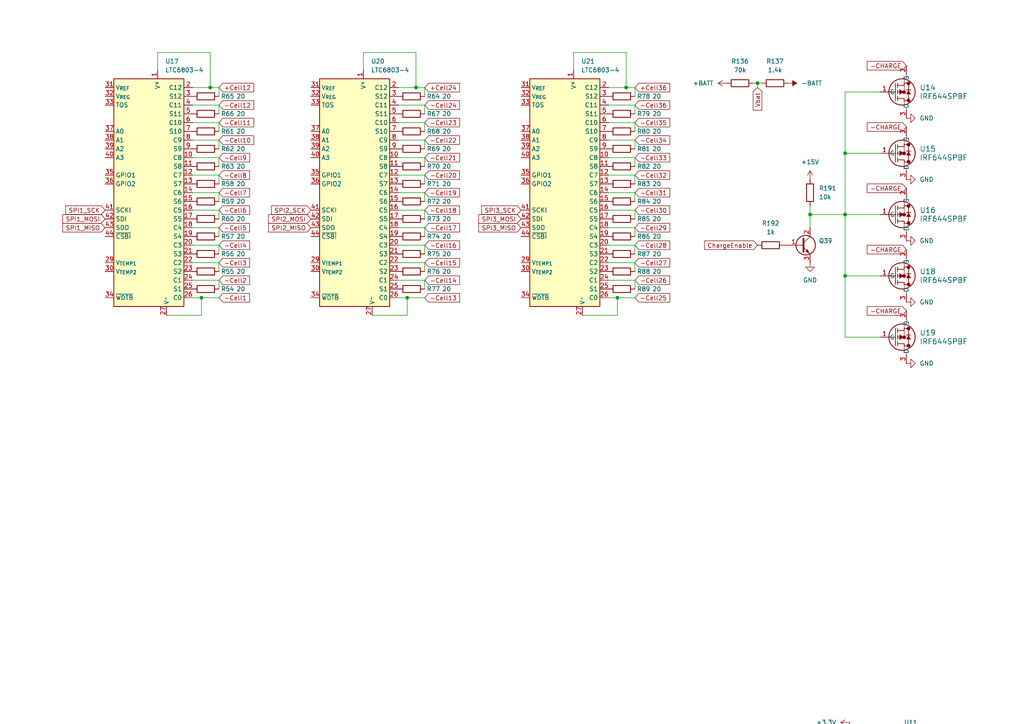
<source format=kicad_sch>
(kicad_sch (version 20230121) (generator eeschema)
  (paper "A4")
  (title_block (title "Cell management") (date "2023-08-20") (rev "1") (company "Dynamium") (comment 1 "and charge control MOSFETs") (comment 2 "temperature/humidity censor ICs,") (comment 3 "Cell voltage monitoring ICs,"))
  (junction (at 246.38 217.17))
  (junction (at 125.73 261.62))
  (junction (at 160.02 261.62))
  (junction (at 83.82 241.3))
  (junction (at 317.5 227.33))
  (junction (at 118.11 86.36))
  (junction (at 317.5 223.52))
  (junction (at 219.71 24.13))
  (junction (at 245.11 44.45))
  (junction (at 120.65 25.4))
  (junction (at 181.61 25.4))
  (junction (at 60.96 25.4))
  (junction (at 85.09 261.62))
  (junction (at 171.45 245.11))
  (junction (at 171.45 241.3))
  (junction (at 246.38 220.98))
  (junction (at 48.26 237.49))
  (junction (at 13.97 241.3))
  (junction (at 233.68 254))
  (junction (at 58.42 86.36))
  (junction (at 280.67 217.17))
  (junction (at 83.82 237.49))
  (junction (at 50.8 261.62))
  (junction (at 205.74 241.3))
  (junction (at 245.11 62.23))
  (junction (at 233.68 257.81))
  (junction (at 351.79 223.52))
  (junction (at 118.11 237.49))
  (junction (at 13.97 237.49))
  (junction (at 179.07 86.36))
  (junction (at 267.97 254))
  (junction (at 245.11 80.01))
  (junction (at 125.73 265.43))
  (junction (at 234.95 62.23))
  (junction (at 50.8 265.43))
  (wire (pts (xy 166.37 15.24) (xy 181.61 15.24)))
  (wire (pts (xy 50.8 261.62) (xy 57.15 261.62)))
  (wire (pts (xy 184.15 76.2) (xy 184.15 78.74)))
  (wire (pts (xy 176.53 81.28) (xy 184.15 81.28)))
  (wire (pts (xy 63.5 45.72) (xy 63.5 48.26)))
  (wire (pts (xy 176.53 66.04) (xy 184.15 66.04)))
  (wire (pts (xy 317.5 227.33) (xy 323.85 227.33)))
  (wire (pts (xy 83.82 241.3) (xy 90.17 241.3)))
  (wire (pts (xy 255.27 26.67) (xy 245.11 26.67)))
  (wire (pts (xy 55.88 30.48) (xy 63.5 30.48)))
  (wire (pts (xy 55.88 25.4) (xy 60.96 25.4)))
  (wire (pts (xy 12.7 241.3) (xy 13.97 241.3)))
  (wire (pts (xy 55.88 86.36) (xy 58.42 86.36)))
  (wire (pts (xy 123.19 81.28) (xy 123.19 83.82)))
  (wire (pts (xy 123.19 50.8) (xy 123.19 53.34)))
  (wire (pts (xy 255.27 97.79) (xy 245.11 97.79)))
  (wire (pts (xy 115.57 30.48) (xy 123.19 30.48)))
  (wire (pts (xy 245.11 217.17) (xy 246.38 217.17)))
  (wire (pts (xy 60.96 15.24) (xy 60.96 25.4)))
  (wire (pts (xy 85.09 270.51) (xy 85.09 269.24)))
  (wire (pts (xy 45.72 20.32) (xy 45.72 15.24)))
  (wire (pts (xy 160.02 261.62) (xy 154.94 261.62)))
  (wire (pts (xy 63.5 71.12) (xy 63.5 73.66)))
  (wire (pts (xy 55.88 60.96) (xy 63.5 60.96)))
  (wire (pts (xy 115.57 25.4) (xy 120.65 25.4)))
  (wire (pts (xy 63.5 81.28) (xy 63.5 83.82)))
  (wire (pts (xy 184.15 60.96) (xy 184.15 63.5)))
  (wire (pts (xy 50.8 265.43) (xy 57.15 265.43)))
  (wire (pts (xy 160.02 270.51) (xy 160.02 269.24)))
  (wire (pts (xy 83.82 237.49) (xy 90.17 237.49)))
  (wire (pts (xy 208.28 241.3) (xy 205.74 241.3)))
  (wire (pts (xy 13.97 241.3) (xy 20.32 241.3)))
  (wire (pts (xy 184.15 50.8) (xy 184.15 53.34)))
  (wire (pts (xy 232.41 254) (xy 233.68 254)))
  (wire (pts (xy 115.57 35.56) (xy 123.19 35.56)))
  (wire (pts (xy 118.11 86.36) (xy 123.19 86.36)))
  (wire (pts (xy 123.19 60.96) (xy 123.19 63.5)))
  (wire (pts (xy 123.19 30.48) (xy 123.19 33.02)))
  (wire (pts (xy 166.37 20.32) (xy 166.37 15.24)))
  (wire (pts (xy 176.53 55.88) (xy 184.15 55.88)))
  (wire (pts (xy 184.15 35.56) (xy 184.15 38.1)))
  (wire (pts (xy 82.55 237.49) (xy 83.82 237.49)))
  (wire (pts (xy 246.38 220.98) (xy 252.73 220.98)))
  (wire (pts (xy 55.88 35.56) (xy 63.5 35.56)))
  (wire (pts (xy 49.53 261.62) (xy 50.8 261.62)))
  (wire (pts (xy 63.5 66.04) (xy 63.5 68.58)))
  (wire (pts (xy 13.97 237.49) (xy 20.32 237.49)))
  (wire (pts (xy 55.88 81.28) (xy 63.5 81.28)))
  (wire (pts (xy 351.79 232.41) (xy 351.79 231.14)))
  (wire (pts (xy 123.19 45.72) (xy 123.19 48.26)))
  (wire (pts (xy 63.5 60.96) (xy 63.5 63.5)))
  (wire (pts (xy 63.5 40.64) (xy 63.5 43.18)))
  (wire (pts (xy 87.63 261.62) (xy 85.09 261.62)))
  (wire (pts (xy 245.11 62.23) (xy 255.27 62.23)))
  (wire (pts (xy 171.45 241.3) (xy 177.8 241.3)))
  (wire (pts (xy 184.15 66.04) (xy 184.15 68.58)))
  (wire (pts (xy 115.57 66.04) (xy 123.19 66.04)))
  (wire (pts (xy 48.26 246.38) (xy 48.26 245.11)))
  (wire (pts (xy 85.09 261.62) (xy 80.01 261.62)))
  (wire (pts (xy 245.11 26.67) (xy 245.11 44.45)))
  (wire (pts (xy 105.41 20.32) (xy 105.41 15.24)))
  (wire (pts (xy 120.65 237.49) (xy 118.11 237.49)))
  (wire (pts (xy 267.97 262.89) (xy 267.97 261.62)))
  (wire (pts (xy 63.5 55.88) (xy 63.5 58.42)))
  (wire (pts (xy 171.45 245.11) (xy 177.8 245.11)))
  (wire (pts (xy 232.41 257.81) (xy 233.68 257.81)))
  (wire (pts (xy 118.11 246.38) (xy 118.11 245.11)))
  (wire (pts (xy 218.44 24.13) (xy 219.71 24.13)))
  (wire (pts (xy 205.74 241.3) (xy 200.66 241.3)))
  (wire (pts (xy 123.19 35.56) (xy 123.19 38.1)))
  (wire (pts (xy 245.11 220.98) (xy 246.38 220.98)))
  (wire (pts (xy 176.53 86.36) (xy 179.07 86.36)))
  (wire (pts (xy 246.38 217.17) (xy 252.73 217.17)))
  (wire (pts (xy 184.15 30.48) (xy 184.15 33.02)))
  (wire (pts (xy 219.71 24.13) (xy 220.98 24.13)))
  (wire (pts (xy 115.57 50.8) (xy 123.19 50.8)))
  (wire (pts (xy 124.46 265.43) (xy 125.73 265.43)))
  (wire (pts (xy 234.95 59.69) (xy 234.95 62.23)))
  (wire (pts (xy 181.61 15.24) (xy 181.61 25.4)))
  (wire (pts (xy 170.18 245.11) (xy 171.45 245.11)))
  (wire (pts (xy 255.27 80.01) (xy 245.11 80.01)))
  (wire (pts (xy 115.57 55.88) (xy 123.19 55.88)))
  (wire (pts (xy 115.57 45.72) (xy 123.19 45.72)))
  (wire (pts (xy 233.68 254) (xy 240.03 254)))
  (wire (pts (xy 63.5 30.48) (xy 63.5 33.02)))
  (wire (pts (xy 233.68 257.81) (xy 240.03 257.81)))
  (wire (pts (xy 118.11 91.44) (xy 118.11 86.36)))
  (wire (pts (xy 82.55 241.3) (xy 83.82 241.3)))
  (wire (pts (xy 280.67 226.06) (xy 280.67 224.79)))
  (wire (pts (xy 115.57 60.96) (xy 123.19 60.96)))
  (wire (pts (xy 55.88 76.2) (xy 63.5 76.2)))
  (wire (pts (xy 63.5 50.8) (xy 63.5 53.34)))
  (wire (pts (xy 58.42 86.36) (xy 63.5 86.36)))
  (wire (pts (xy 176.53 45.72) (xy 184.15 45.72)))
  (wire (pts (xy 354.33 223.52) (xy 351.79 223.52)))
  (wire (pts (xy 280.67 217.17) (xy 275.59 217.17)))
  (wire (pts (xy 115.57 86.36) (xy 118.11 86.36)))
  (wire (pts (xy 48.26 237.49) (xy 43.18 237.49)))
  (wire (pts (xy 176.53 50.8) (xy 184.15 50.8)))
  (wire (pts (xy 45.72 15.24) (xy 60.96 15.24)))
  (wire (pts (xy 12.7 237.49) (xy 13.97 237.49)))
  (wire (pts (xy 316.23 227.33) (xy 317.5 227.33)))
  (wire (pts (xy 267.97 254) (xy 262.89 254)))
  (wire (pts (xy 63.5 76.2) (xy 63.5 78.74)))
  (wire (pts (xy 125.73 261.62) (xy 132.08 261.62)))
  (wire (pts (xy 50.8 237.49) (xy 48.26 237.49)))
  (wire (pts (xy 123.19 66.04) (xy 123.19 68.58)))
  (wire (pts (xy 184.15 81.28) (xy 184.15 83.82)))
  (wire (pts (xy 168.91 91.44) (xy 179.07 91.44)))
  (wire (pts (xy 234.95 62.23) (xy 234.95 66.04)))
  (wire (pts (xy 115.57 76.2) (xy 123.19 76.2)))
  (wire (pts (xy 123.19 55.88) (xy 123.19 58.42)))
  (wire (pts (xy 55.88 40.64) (xy 63.5 40.64)))
  (wire (pts (xy 170.18 241.3) (xy 171.45 241.3)))
  (wire (pts (xy 123.19 76.2) (xy 123.19 78.74)))
  (wire (pts (xy 115.57 40.64) (xy 123.19 40.64)))
  (wire (pts (xy 63.5 25.4) (xy 63.5 27.94)))
  (wire (pts (xy 176.53 71.12) (xy 184.15 71.12)))
  (wire (pts (xy 162.56 261.62) (xy 160.02 261.62)))
  (wire (pts (xy 118.11 237.49) (xy 113.03 237.49)))
  (wire (pts (xy 63.5 35.56) (xy 63.5 38.1)))
  (wire (pts (xy 125.73 265.43) (xy 132.08 265.43)))
  (wire (pts (xy 107.95 91.44) (xy 118.11 91.44)))
  (wire (pts (xy 179.07 86.36) (xy 184.15 86.36)))
  (wire (pts (xy 283.21 217.17) (xy 280.67 217.17)))
  (wire (pts (xy 184.15 25.4) (xy 184.15 27.94)))
  (wire (pts (xy 60.96 25.4) (xy 63.5 25.4)))
  (wire (pts (xy 58.42 91.44) (xy 58.42 86.36)))
  (wire (pts (xy 184.15 55.88) (xy 184.15 58.42)))
  (wire (pts (xy 123.19 40.64) (xy 123.19 43.18)))
  (wire (pts (xy 184.15 45.72) (xy 184.15 48.26)))
  (wire (pts (xy 55.88 71.12) (xy 63.5 71.12)))
  (wire (pts (xy 115.57 71.12) (xy 123.19 71.12)))
  (wire (pts (xy 176.53 76.2) (xy 184.15 76.2)))
  (wire (pts (xy 245.11 97.79) (xy 245.11 80.01)))
  (wire (pts (xy 49.53 265.43) (xy 50.8 265.43)))
  (wire (pts (xy 123.19 25.4) (xy 123.19 27.94)))
  (wire (pts (xy 115.57 81.28) (xy 123.19 81.28)))
  (wire (pts (xy 176.53 30.48) (xy 184.15 30.48)))
  (wire (pts (xy 316.23 223.52) (xy 317.5 223.52)))
  (wire (pts (xy 184.15 71.12) (xy 184.15 73.66)))
  (wire (pts (xy 245.11 62.23) (xy 234.95 62.23)))
  (wire (pts (xy 120.65 25.4) (xy 123.19 25.4)))
  (wire (pts (xy 55.88 50.8) (xy 63.5 50.8)))
  (wire (pts (xy 245.11 44.45) (xy 245.11 62.23)))
  (wire (pts (xy 351.79 223.52) (xy 346.71 223.52)))
  (wire (pts (xy 124.46 261.62) (xy 125.73 261.62)))
  (wire (pts (xy 270.51 254) (xy 267.97 254)))
  (wire (pts (xy 317.5 223.52) (xy 323.85 223.52)))
  (wire (pts (xy 120.65 15.24) (xy 120.65 25.4)))
  (wire (pts (xy 123.19 71.12) (xy 123.19 73.66)))
  (wire (pts (xy 245.11 44.45) (xy 255.27 44.45)))
  (wire (pts (xy 179.07 91.44) (xy 179.07 86.36)))
  (wire (pts (xy 205.74 250.19) (xy 205.74 248.92)))
  (wire (pts (xy 245.11 80.01) (xy 245.11 62.23)))
  (wire (pts (xy 176.53 40.64) (xy 184.15 40.64)))
  (wire (pts (xy 176.53 35.56) (xy 184.15 35.56)))
  (wire (pts (xy 105.41 15.24) (xy 120.65 15.24)))
  (wire (pts (xy 55.88 55.88) (xy 63.5 55.88)))
  (wire (pts (xy 55.88 45.72) (xy 63.5 45.72)))
  (wire (pts (xy 55.88 66.04) (xy 63.5 66.04)))
  (wire (pts (xy 48.26 91.44) (xy 58.42 91.44)))
  (wire (pts (xy 181.61 25.4) (xy 184.15 25.4)))
  (wire (pts (xy 219.71 24.13) (xy 219.71 25.4)))
  (wire (pts (xy 184.15 40.64) (xy 184.15 43.18)))
  (wire (pts (xy 176.53 60.96) (xy 184.15 60.96)))
  (wire (pts (xy 176.53 25.4) (xy 181.61 25.4)))
  (text "Center left" (at 246.38 265.43 0) (effects (font (size 1.27 1.27)) (justify left bottom)))
  (text "Top left\n" (at 64.77 273.05 0) (effects (font (size 1.27 1.27)) (justify left bottom)))
  (text "Center right\n" (at 260.35 228.6 0) (effects (font (size 1.27 1.27)) (justify left bottom)))
  (text "Top right" (at 97.79 248.92 0) (effects (font (size 1.27 1.27)) (justify left bottom)))
  (text "Charge MOSFET" (at 328.93 233.68 0) (effects (font (size 1.27 1.27)) (justify left bottom)))
  (text "Bottom left" (at 184.15 252.73 0) (effects (font (size 1.27 1.27)) (justify left bottom)))
  (text "Bottom right" (at 138.43 273.05 0) (effects (font (size 1.27 1.27)) (justify left bottom)))
  (text "Center bottom" (at 25.4 248.92 0) (effects (font (size 1.27 1.27)) (justify left bottom)))
  (global_label "I2C1_SDA" (shape input) (at 124.46 265.43 180) (property "Intersheetrefs" "${INTERSHEET_REFS}" (effects hide)))
  (global_label "I2C1_SDA" (shape input) (at 170.18 245.11 180) (property "Intersheetrefs" "${INTERSHEET_REFS}" (effects hide)))
  (global_label "I2C1_SDA" (shape input) (at 12.7 241.3 180) (property "Intersheetrefs" "${INTERSHEET_REFS}" (effects hide)))
  (global_label "-Cell33" (shape input) (at 184.15 45.72 0) (property "Intersheetrefs" "${INTERSHEET_REFS}" (effects hide)))
  (global_label "Vbat" (shape input) (at 219.71 25.4 270) (property "Intersheetrefs" "${INTERSHEET_REFS}" (effects hide)))
  (global_label "-Cell17" (shape input) (at 123.19 66.04 0) (property "Intersheetrefs" "${INTERSHEET_REFS}" (effects hide)))
  (global_label "-Cell29" (shape input) (at 184.15 66.04 0) (property "Intersheetrefs" "${INTERSHEET_REFS}" (effects hide)))
  (global_label "-Cell15" (shape input) (at 123.19 76.2 0) (property "Intersheetrefs" "${INTERSHEET_REFS}" (effects hide)))
  (global_label "-Cell28" (shape input) (at 184.15 71.12 0) (property "Intersheetrefs" "${INTERSHEET_REFS}" (effects hide)))
  (global_label "+Сell12" (shape input) (at 63.5 25.4 0) (property "Intersheetrefs" "${INTERSHEET_REFS}" (effects hide)))
  (global_label "-Cell1" (shape input) (at 63.5 86.36 0) (property "Intersheetrefs" "${INTERSHEET_REFS}" (effects hide)))
  (global_label "SPI2_SCK" (shape input) (at 90.17 60.96 180) (property "Intersheetrefs" "${INTERSHEET_REFS}" (effects hide)))
  (global_label "I2C1_SDA" (shape input) (at 316.23 227.33 180) (property "Intersheetrefs" "${INTERSHEET_REFS}" (effects hide)))
  (global_label "SPI3_MISO" (shape input) (at 151.13 66.04 180) (property "Intersheetrefs" "${INTERSHEET_REFS}" (effects hide)))
  (global_label "I2C1_SCL" (shape input) (at 124.46 261.62 180) (property "Intersheetrefs" "${INTERSHEET_REFS}" (effects hide)))
  (global_label "-Cell7" (shape input) (at 63.5 55.88 0) (property "Intersheetrefs" "${INTERSHEET_REFS}" (effects hide)))
  (global_label "-Cell12" (shape input) (at 63.5 30.48 0) (property "Intersheetrefs" "${INTERSHEET_REFS}" (effects hide)))
  (global_label "SPI1_MOSI" (shape input) (at 30.48 63.5 180) (property "Intersheetrefs" "${INTERSHEET_REFS}" (effects hide)))
  (global_label "-CHARGE" (shape input) (at 262.89 54.61 180) (property "Intersheetrefs" "${INTERSHEET_REFS}" (effects hide)))
  (global_label "-Cell25" (shape input) (at 184.15 86.36 0) (property "Intersheetrefs" "${INTERSHEET_REFS}" (effects hide)))
  (global_label "-Cell30" (shape input) (at 184.15 60.96 0) (property "Intersheetrefs" "${INTERSHEET_REFS}" (effects hide)))
  (global_label "-Cell23" (shape input) (at 123.19 35.56 0) (property "Intersheetrefs" "${INTERSHEET_REFS}" (effects hide)))
  (global_label "-Cell13" (shape input) (at 123.19 86.36 0) (property "Intersheetrefs" "${INTERSHEET_REFS}" (effects hide)))
  (global_label "+Cell36" (shape input) (at 184.15 25.4 0) (property "Intersheetrefs" "${INTERSHEET_REFS}" (effects hide)))
  (global_label "-Cell10" (shape input) (at 63.5 40.64 0) (property "Intersheetrefs" "${INTERSHEET_REFS}" (effects hide)))
  (global_label "-Cell20" (shape input) (at 123.19 50.8 0) (property "Intersheetrefs" "${INTERSHEET_REFS}" (effects hide)))
  (global_label "I2C1_SDA" (shape input) (at 49.53 265.43 180) (property "Intersheetrefs" "${INTERSHEET_REFS}" (effects hide)))
  (global_label "I2C1_SCL" (shape input) (at 12.7 237.49 180) (property "Intersheetrefs" "${INTERSHEET_REFS}" (effects hide)))
  (global_label "-Cell32" (shape input) (at 184.15 50.8 0) (property "Intersheetrefs" "${INTERSHEET_REFS}" (effects hide)))
  (global_label "-Cell8" (shape input) (at 63.5 50.8 0) (property "Intersheetrefs" "${INTERSHEET_REFS}" (effects hide)))
  (global_label "I2C1_SDA" (shape input) (at 245.11 220.98 180) (property "Intersheetrefs" "${INTERSHEET_REFS}" (effects hide)))
  (global_label "-Cell16" (shape input) (at 123.19 71.12 0) (property "Intersheetrefs" "${INTERSHEET_REFS}" (effects hide)))
  (global_label "-Cell18" (shape input) (at 123.19 60.96 0) (property "Intersheetrefs" "${INTERSHEET_REFS}" (effects hide)))
  (global_label "-Cell4" (shape input) (at 63.5 71.12 0) (property "Intersheetrefs" "${INTERSHEET_REFS}" (effects hide)))
  (global_label "-Cell21" (shape input) (at 123.19 45.72 0) (property "Intersheetrefs" "${INTERSHEET_REFS}" (effects hide)))
  (global_label "-CHARGE" (shape input) (at 262.89 19.05 180) (property "Intersheetrefs" "${INTERSHEET_REFS}" (effects hide)))
  (global_label "-Cell19" (shape input) (at 123.19 55.88 0) (property "Intersheetrefs" "${INTERSHEET_REFS}" (effects hide)))
  (global_label "SPI2_MOSI" (shape input) (at 90.17 63.5 180) (property "Intersheetrefs" "${INTERSHEET_REFS}" (effects hide)))
  (global_label "I2C1_SCL" (shape input) (at 49.53 261.62 180) (property "Intersheetrefs" "${INTERSHEET_REFS}" (effects hide)))
  (global_label "-Cell36" (shape input) (at 184.15 30.48 0) (property "Intersheetrefs" "${INTERSHEET_REFS}" (effects hide)))
  (global_label "I2C1_SDA" (shape input) (at 232.41 257.81 180) (property "Intersheetrefs" "${INTERSHEET_REFS}" (effects hide)))
  (global_label "SPI3_SCK" (shape input) (at 151.13 60.96 180) (property "Intersheetrefs" "${INTERSHEET_REFS}" (effects hide)))
  (global_label "-CHARGE" (shape input) (at 262.89 36.83 180) (property "Intersheetrefs" "${INTERSHEET_REFS}" (effects hide)))
  (global_label "-Cell34" (shape input) (at 184.15 40.64 0) (property "Intersheetrefs" "${INTERSHEET_REFS}" (effects hide)))
  (global_label "-CHARGE" (shape input) (at 262.89 90.17 180) (property "Intersheetrefs" "${INTERSHEET_REFS}" (effects hide)))
  (global_label "SPI2_MISO" (shape input) (at 90.17 66.04 180) (property "Intersheetrefs" "${INTERSHEET_REFS}" (effects hide)))
  (global_label "-Cell35" (shape input) (at 184.15 35.56 0) (property "Intersheetrefs" "${INTERSHEET_REFS}" (effects hide)))
  (global_label "SPI1_MISO" (shape input) (at 30.48 66.04 180) (property "Intersheetrefs" "${INTERSHEET_REFS}" (effects hide)))
  (global_label "I2C1_SCL" (shape input) (at 316.23 223.52 180) (property "Intersheetrefs" "${INTERSHEET_REFS}" (effects hide)))
  (global_label "-CHARGE" (shape input) (at 262.89 72.39 180) (property "Intersheetrefs" "${INTERSHEET_REFS}" (effects hide)))
  (global_label "-Cell9" (shape input) (at 63.5 45.72 0) (property "Intersheetrefs" "${INTERSHEET_REFS}" (effects hide)))
  (global_label "-Cell5" (shape input) (at 63.5 66.04 0) (property "Intersheetrefs" "${INTERSHEET_REFS}" (effects hide)))
  (global_label "-Cell26" (shape input) (at 184.15 81.28 0) (property "Intersheetrefs" "${INTERSHEET_REFS}" (effects hide)))
  (global_label "+Cell24" (shape input) (at 123.19 25.4 0) (property "Intersheetrefs" "${INTERSHEET_REFS}" (effects hide)))
  (global_label "-Cell6" (shape input) (at 63.5 60.96 0) (property "Intersheetrefs" "${INTERSHEET_REFS}" (effects hide)))
  (global_label "I2C1_SCL" (shape input) (at 245.11 217.17 180) (property "Intersheetrefs" "${INTERSHEET_REFS}" (effects hide)))
  (global_label "ChargeEnable" (shape input) (at 219.71 71.12 180) (property "Intersheetrefs" "${INTERSHEET_REFS}" (effects hide)))
  (global_label "-Cell22" (shape input) (at 123.19 40.64 0) (property "Intersheetrefs" "${INTERSHEET_REFS}" (effects hide)))
  (global_label "I2C1_SCL" (shape input) (at 170.18 241.3 180) (property "Intersheetrefs" "${INTERSHEET_REFS}" (effects hide)))
  (global_label "I2C1_SCL" (shape input) (at 82.55 237.49 180) (property "Intersheetrefs" "${INTERSHEET_REFS}" (effects hide)))
  (global_label "SPI1_SCK" (shape input) (at 30.48 60.96 180) (property "Intersheetrefs" "${INTERSHEET_REFS}" (effects hide)))
  (global_label "I2C1_SDA" (shape input) (at 82.55 241.3 180) (property "Intersheetrefs" "${INTERSHEET_REFS}" (effects hide)))
  (global_label "I2C1_SCL" (shape input) (at 232.41 254 180) (property "Intersheetrefs" "${INTERSHEET_REFS}" (effects hide)))
  (global_label "-Cell2" (shape input) (at 63.5 81.28 0) (property "Intersheetrefs" "${INTERSHEET_REFS}" (effects hide)))
  (global_label "-Cell27" (shape input) (at 184.15 76.2 0) (property "Intersheetrefs" "${INTERSHEET_REFS}" (effects hide)))
  (global_label "-Cell24" (shape input) (at 123.19 30.48 0) (property "Intersheetrefs" "${INTERSHEET_REFS}" (effects hide)))
  (global_label "-Cell31" (shape input) (at 184.15 55.88 0) (property "Intersheetrefs" "${INTERSHEET_REFS}" (effects hide)))
  (global_label "-Cell3" (shape input) (at 63.5 76.2 0) (property "Intersheetrefs" "${INTERSHEET_REFS}" (effects hide)))
  (global_label "SPI3_MOSI" (shape input) (at 151.13 63.5 180) (property "Intersheetrefs" "${INTERSHEET_REFS}" (effects hide)))
  (global_label "-Cell14" (shape input) (at 123.19 81.28 0) (property "Intersheetrefs" "${INTERSHEET_REFS}" (effects hide)))
  (global_label "-Cell11" (shape input) (at 63.5 35.56 0) (property "Intersheetrefs" "${INTERSHEET_REFS}" (effects hide)))
  (symbol (lib_id "Device:R") (at 119.38 43.18 90) (unit 1)
    (property "Reference" "R69" (at 125.73 43.18 90))
    (property "Value" "20" (at 129.54 43.18 90))
    (instances (project "SmartBMS" (path "" (reference "R69") (unit 1)) (path "" (reference "R113") (unit 1))))
  )
  (symbol (lib_id "power:GND") (at 200.66 245.11 0) (unit 1)
    (property "Reference" "#PWR052" (effects hide))
    (property "Value" "GND" (at 200.66 250.19 0))
    (instances (project "SmartBMS" (path "" (reference "#PWR052") (unit 1)) (path "" (reference "#PWR080") (unit 1))))
  )
  (symbol (lib_id "power:+15V") (at 234.95 52.07 0) (unit 1)
    (property "Reference" "#PWR0125" (effects hide))
    (property "Value" "+15V" (at 234.95 46.99 0))
    (instances (project "SmartBMS" (path "" (reference "#PWR0125") (unit 1)) (path "" (reference "#PWR0150") (unit 1)) (path "" (reference "#PWR026") (unit 1))))
  )
  (symbol (lib_id "power:GND") (at 43.18 241.3 0) (unit 1)
    (property "Reference" "#PWR030" (effects hide))
    (property "Value" "GND" (at 43.18 246.38 0))
    (instances (project "SmartBMS" (path "" (reference "#PWR030") (unit 1)) (path "" (reference "#PWR060") (unit 1))))
  )
  (symbol (lib_id "power:GND") (at 160.02 270.51 90) (unit 1)
    (property "Reference" "#PWR048" (effects hide))
    (property "Value" "GND" (at 163.83 270.51 90) (effects (justify right)))
    (instances (project "SmartBMS" (path "" (reference "#PWR048") (unit 1)) (path "" (reference "#PWR076") (unit 1))))
  )
  (symbol (lib_id "Device:R") (at 233.68 261.62 0) (unit 1)
    (property "Reference" "R183" (at 236.22 260.35 0) (effects (justify left)))
    (property "Value" "R" (at 236.22 262.89 0) (effects (justify left)))
    (instances (project "SmartBMS" (path "" (reference "R183") (unit 1)) (path "" (reference "R139") (unit 1))))
  )
  (symbol (lib_id "Device:R") (at 180.34 53.34 90) (unit 1)
    (property "Reference" "R83" (at 186.69 53.34 90))
    (property "Value" "20" (at 190.5 53.34 90))
    (instances (project "SmartBMS" (path "" (reference "R83") (unit 1)) (path "" (reference "R129") (unit 1))))
  )
  (symbol (lib_id "Battery_Management:LTC6803-4") (at 43.18 55.88 0) (unit 1)
    (property "Reference" "U17" (at 47.9141 17.78 0) (effects (justify left)))
    (property "Value" "LTC6803-4" (at 47.9141 20.32 0) (effects (justify left)))
    (property "Footprint" "Package_SO:SSOP-44_5.3x12.8mm_P0.5mm" (effects hide))
    (property "Datasheet" "https://www.analog.com/media/en/technical-documentation/data-sheets/680324fa.pdf" (effects hide))
    (instances (project "SmartBMS" (path "" (reference "U17") (unit 1)) (path "" (reference "U24") (unit 1))))
  )
  (symbol (lib_id "power:+3.3V") (at 50.8 273.05 90) (unit 1)
    (property "Reference" "#PWR036" (effects hide))
    (property "Value" "+3.3V" (at 46.99 273.05 90) (effects (justify left)))
    (instances (project "SmartBMS" (path "" (reference "#PWR036") (unit 1)) (path "" (reference "#PWR064") (unit 1))))
  )
  (symbol (lib_id "power:+3.3V") (at 162.56 261.62 270) (unit 1)
    (property "Reference" "#PWR049" (effects hide))
    (property "Value" "+3.3V" (at 166.37 261.62 90) (effects (justify left)))
    (instances (project "SmartBMS" (path "" (reference "#PWR049") (unit 1)) (path "" (reference "#PWR077") (unit 1))))
  )
  (symbol (lib_id "Device:R") (at 83.82 245.11 0) (unit 1)
    (property "Reference" "R49" (at 86.36 243.84 0) (effects (justify left)))
    (property "Value" "R" (at 86.36 246.38 0) (effects (justify left)))
    (instances (project "SmartBMS" (path "" (reference "R49") (unit 1)) (path "" (reference "R107") (unit 1))))
  )
  (symbol (lib_id "MAX31875R0TZS_T:MAX31875R0TZS+T") (at 101.6 240.03 0) (unit 1)
    (property "Reference" "U7" (at 101.6 229.87 0))
    (property "Value" "MAX31875R2TZS+T" (at 101.6 232.41 0))
    (property "Footprint" "BGA4N40P2X2_83X83X37N:BGA4N40P2X2_83X83X37N" (effects hide))
    (property "MF" "Maxim Integrated Products" (effects hide))
    (property "DESCRIPTION" "I2c Temperature Sensor, 1Deg C, Wlp-4" (effects hide))
    (property "PACKAGE" "WLP-4 Maxim" (effects hide))
    (property "PRICE" "None" (effects hide))
    (property "Package" "None" (effects hide))
    (property "Check_prices" "https://www.snapeda.com/parts/MAX31875R0TZS+T/Maxim+Integrated/view-part/?ref=eda" (effects hide))
    (property "Price" "None" (effects hide))
    (property "SnapEDA_Link" "https://www.snapeda.com/parts/MAX31875R0TZS+T/Maxim+Integrated/view-part/?ref=snap" (effects hide))
    (property "MP" "MAX31875R0TZS+T" (effects hide))
    (property "Availability" "In Stock" (effects hide))
    (property "AVAILABILITY" "Unavailable" (effects hide))
    (property "Description" "\nTemperature Sensor Digital, Local -10°C ~ 100°C 12 b 4-WLP (0.84x0.84)\n" (effects hide))
    (instances (project "SmartBMS" (path "" (reference "U7") (unit 1)) (path "" (reference "U26") (unit 1))))
  )
  (symbol (lib_id "IRF644SPBF:IRF644SPBF") (at 255.27 97.79 0) (unit 1)
    (property "Reference" "U19" (at 266.7 96.52 0) (effects (font (size 1.524 1.524)) (justify left)))
    (property "Value" "IRF644SPBF" (at 266.7 99.06 0) (effects (font (size 1.524 1.524)) (justify left)))
    (property "Footprint" "D2PAK_VIS:D2PAK_VIS" (effects hide))
    (property "Datasheet" "IRF644SPBF" (effects hide))
    (instances (project "SmartBMS" (path "" (reference "U19") (unit 1)) (path "" (reference "U38") (unit 1)) (path "" (reference "U8") (unit 1))))
  )
  (symbol (lib_id "Device:R") (at 180.34 73.66 90) (unit 1)
    (property "Reference" "R87" (at 186.69 73.66 90))
    (property "Value" "20" (at 190.5 73.66 90))
    (instances (project "SmartBMS" (path "" (reference "R87") (unit 1)) (path "" (reference "R133") (unit 1))))
  )
  (symbol (lib_id "power:+3.3V") (at 120.65 237.49 270) (unit 1)
    (property "Reference" "#PWR044" (effects hide))
    (property "Value" "+3.3V" (at 124.46 237.49 90) (effects (justify left)))
    (instances (project "SmartBMS" (path "" (reference "#PWR044") (unit 1)) (path "" (reference "#PWR072") (unit 1))))
  )
  (symbol (lib_id "Battery_Management:LTC6803-4") (at 102.87 55.88 0) (unit 1)
    (property "Reference" "U20" (at 107.6041 17.78 0) (effects (justify left)))
    (property "Value" "LTC6803-4" (at 107.6041 20.32 0) (effects (justify left)))
    (property "Footprint" "Package_SO:SSOP-44_5.3x12.8mm_P0.5mm" (effects hide))
    (property "Datasheet" "https://www.analog.com/media/en/technical-documentation/data-sheets/680324fa.pdf" (effects hide))
    (instances (project "SmartBMS" (path "" (reference "U20") (unit 1)) (path "" (reference "U27") (unit 1))))
  )
  (symbol (lib_id "Device:R") (at 119.38 33.02 90) (unit 1)
    (property "Reference" "R67" (at 125.73 33.02 90))
    (property "Value" "20" (at 129.54 33.02 90))
    (instances (project "SmartBMS" (path "" (reference "R67") (unit 1)) (path "" (reference "R111") (unit 1))))
  )
  (symbol (lib_id "Device:R") (at 223.52 71.12 90) (unit 1)
    (property "Reference" "R192" (at 223.52 64.77 90))
    (property "Value" "1k" (at 223.52 67.31 90))
    (instances (project "SmartBMS" (path "" (reference "R192") (unit 1)) (path "" (reference "R153") (unit 1)) (path "" (reference "R46") (unit 1))))
  )
  (symbol (lib_id "Device:R") (at 59.69 48.26 90) (unit 1)
    (property "Reference" "R63" (at 66.04 48.26 90))
    (property "Value" "20" (at 69.85 48.26 90))
    (instances (project "SmartBMS" (path "" (reference "R63") (unit 1)) (path "" (reference "R98") (unit 1))))
  )
  (symbol (lib_id "Device:R") (at 180.34 38.1 90) (unit 1)
    (property "Reference" "R80" (at 186.69 38.1 90))
    (property "Value" "20" (at 190.5 38.1 90))
    (instances (project "SmartBMS" (path "" (reference "R80") (unit 1)) (path "" (reference "R126") (unit 1))))
  )
  (symbol (lib_id "power:+3.3V") (at 50.8 237.49 270) (unit 1)
    (property "Reference" "#PWR032" (effects hide))
    (property "Value" "+3.3V" (at 54.61 237.49 90) (effects (justify left)))
    (instances (project "SmartBMS" (path "" (reference "#PWR032") (unit 1)) (path "" (reference "#PWR062") (unit 1))))
  )
  (symbol (lib_id "MAX31875R0TZS_T:MAX31875R0TZS+T") (at 189.23 243.84 0) (unit 1)
    (property "Reference" "U9" (at 189.23 233.68 0))
    (property "Value" "MAX31875R4TZS+T" (at 189.23 236.22 0))
    (property "Footprint" "BGA4N40P2X2_83X83X37N:BGA4N40P2X2_83X83X37N" (effects hide))
    (property "MF" "Maxim Integrated Products" (effects hide))
    (property "DESCRIPTION" "I2c Temperature Sensor, 1Deg C, Wlp-4" (effects hide))
    (property "PACKAGE" "WLP-4 Maxim" (effects hide))
    (property "PRICE" "None" (effects hide))
    (property "Package" "None" (effects hide))
    (property "Check_prices" "https://www.snapeda.com/parts/MAX31875R0TZS+T/Maxim+Integrated/view-part/?ref=eda" (effects hide))
    (property "Price" "None" (effects hide))
    (property "SnapEDA_Link" "https://www.snapeda.com/parts/MAX31875R0TZS+T/Maxim+Integrated/view-part/?ref=snap" (effects hide))
    (property "MP" "MAX31875R0TZS+T" (effects hide))
    (property "Availability" "In Stock" (effects hide))
    (property "AVAILABILITY" "Unavailable" (effects hide))
    (property "Description" "\nTemperature Sensor Digital, Local -10°C ~ 100°C 12 b 4-WLP (0.84x0.84)\n" (effects hide))
    (instances (project "SmartBMS" (path "" (reference "U9") (unit 1)) (path "" (reference "U31") (unit 1))))
  )
  (symbol (lib_id "power:+3.3V") (at 171.45 252.73 90) (unit 1)
    (property "Reference" "#PWR051" (effects hide))
    (property "Value" "+3.3V" (at 167.64 252.73 90) (effects (justify left)))
    (instances (project "SmartBMS" (path "" (reference "#PWR051") (unit 1)) (path "" (reference "#PWR079") (unit 1))))
  )
  (symbol (lib_id "IRF644SPBF:IRF644SPBF") (at 255.27 80.01 0) (unit 1)
    (property "Reference" "U18" (at 266.7 78.74 0) (effects (font (size 1.524 1.524)) (justify left)))
    (property "Value" "IRF644SPBF" (at 266.7 81.28 0) (effects (font (size 1.524 1.524)) (justify left)))
    (property "Footprint" "D2PAK_VIS:D2PAK_VIS" (effects hide))
    (property "Datasheet" "IRF644SPBF" (effects hide))
    (instances (project "SmartBMS" (path "" (reference "U18") (unit 1)) (path "" (reference "U37") (unit 1)) (path "" (reference "U7") (unit 1))))
  )
  (symbol (lib_id "MAX31875R0TZS_T:MAX31875R0TZS+T") (at 31.75 240.03 0) (unit 1)
    (property "Reference" "U4" (at 31.75 229.87 0))
    (property "Value" "MAX31875R0TZS+T" (at 31.75 232.41 0))
    (property "Footprint" "BGA4N40P2X2_83X83X37N:BGA4N40P2X2_83X83X37N" (effects hide))
    (property "MF" "Maxim Integrated Products" (effects hide))
    (property "DESCRIPTION" "I2c Temperature Sensor, 1Deg C, Wlp-4" (effects hide))
    (property "PACKAGE" "WLP-4 Maxim" (effects hide))
    (property "PRICE" "None" (effects hide))
    (property "Package" "None" (effects hide))
    (property "Check_prices" "https://www.snapeda.com/parts/MAX31875R0TZS+T/Maxim+Integrated/view-part/?ref=eda" (effects hide))
    (property "Price" "None" (effects hide))
    (property "SnapEDA_Link" "https://www.snapeda.com/parts/MAX31875R0TZS+T/Maxim+Integrated/view-part/?ref=snap" (effects hide))
    (property "MP" "MAX31875R0TZS+T" (effects hide))
    (property "Availability" "In Stock" (effects hide))
    (property "AVAILABILITY" "Unavailable" (effects hide))
    (property "Description" "\nTemperature Sensor Digital, Local -10°C ~ 100°C 12 b 4-WLP (0.84x0.84)\n" (effects hide))
    (instances (project "SmartBMS" (path "" (reference "U4") (unit 1)) (path "" (reference "U23") (unit 1))))
  )
  (symbol (lib_id "Device:C") (at 280.67 220.98 0) (unit 1)
    (property "Reference" "C23" (at 284.48 219.71 0) (effects (justify left)))
    (property "Value" "100nF" (at 284.48 222.25 0) (effects (justify left)))
    (instances (project "SmartBMS" (path "" (reference "C23") (unit 1)) (path "" (reference "C33") (unit 1))))
  )
  (symbol (lib_id "Device:R") (at 59.69 38.1 90) (unit 1)
    (property "Reference" "R61" (at 66.04 38.1 90))
    (property "Value" "20" (at 69.85 38.1 90))
    (instances (project "SmartBMS" (path "" (reference "R61") (unit 1)) (path "" (reference "R96") (unit 1))))
  )
  (symbol (lib_id "Device:R") (at 180.34 43.18 90) (unit 1)
    (property "Reference" "R81" (at 186.69 43.18 90))
    (property "Value" "20" (at 190.5 43.18 90))
    (instances (project "SmartBMS" (path "" (reference "R81") (unit 1)) (path "" (reference "R127") (unit 1))))
  )
  (symbol (lib_id "Device:R") (at 59.69 58.42 90) (unit 1)
    (property "Reference" "R59" (at 66.04 58.42 90))
    (property "Value" "20" (at 69.85 58.42 90))
    (instances (project "SmartBMS" (path "" (reference "R59") (unit 1)) (path "" (reference "R100") (unit 1))))
  )
  (symbol (lib_id "IRF644SPBF:IRF644SPBF") (at 255.27 62.23 0) (unit 1)
    (property "Reference" "U16" (at 266.7 60.96 0) (effects (font (size 1.524 1.524)) (justify left)))
    (property "Value" "IRF644SPBF" (at 266.7 63.5 0) (effects (font (size 1.524 1.524)) (justify left)))
    (property "Footprint" "D2PAK_VIS:D2PAK_VIS" (effects hide))
    (property "Datasheet" "IRF644SPBF" (effects hide))
    (instances (project "SmartBMS" (path "" (reference "U16") (unit 1)) (path "" (reference "U36") (unit 1)) (path "" (reference "U6") (unit 1))))
  )
  (symbol (lib_id "power:+3.3V") (at 87.63 261.62 270) (unit 1)
    (property "Reference" "#PWR039" (effects hide))
    (property "Value" "+3.3V" (at 91.44 261.62 90) (effects (justify left)))
    (instances (project "SmartBMS" (path "" (reference "#PWR039") (unit 1)) (path "" (reference "#PWR069") (unit 1))))
  )
  (symbol (lib_id "Device:R") (at 119.38 63.5 90) (unit 1)
    (property "Reference" "R73" (at 125.73 63.5 90))
    (property "Value" "20" (at 129.54 63.5 90))
    (instances (project "SmartBMS" (path "" (reference "R73") (unit 1)) (path "" (reference "R117") (unit 1))))
  )
  (symbol (lib_id "Device:R") (at 180.34 58.42 90) (unit 1)
    (property "Reference" "R84" (at 186.69 58.42 90))
    (property "Value" "20" (at 190.5 58.42 90))
    (instances (project "SmartBMS" (path "" (reference "R84") (unit 1)) (path "" (reference "R130") (unit 1))))
  )
  (symbol (lib_id "power:GND") (at 275.59 220.98 0) (unit 1)
    (property "Reference" "#PWR0109" (effects hide))
    (property "Value" "GND" (at 275.59 226.06 0))
    (instances (project "SmartBMS" (path "" (reference "#PWR0109") (unit 1)) (path "" (reference "#PWR090") (unit 1))))
  )
  (symbol (lib_id "Device:R") (at 119.38 53.34 90) (unit 1)
    (property "Reference" "R71" (at 125.73 53.34 90))
    (property "Value" "20" (at 129.54 53.34 90))
    (instances (project "SmartBMS" (path "" (reference "R71") (unit 1)) (path "" (reference "R115") (unit 1))))
  )
  (symbol (lib_id "Device:R") (at 180.34 63.5 90) (unit 1)
    (property "Reference" "R85" (at 186.69 63.5 90))
    (property "Value" "20" (at 190.5 63.5 90))
    (instances (project "SmartBMS" (path "" (reference "R85") (unit 1)) (path "" (reference "R131") (unit 1))))
  )
  (symbol (lib_id "power:+3.3V") (at 50.8 254 90) (unit 1)
    (property "Reference" "#PWR035" (effects hide))
    (property "Value" "+3.3V" (at 46.99 254 90) (effects (justify left)))
    (instances (project "SmartBMS" (path "" (reference "#PWR035") (unit 1)) (path "" (reference "#PWR063") (unit 1))))
  )
  (symbol (lib_id "power:+3.3V") (at 246.38 228.6 90) (unit 1)
    (property "Reference" "#PWR0108" (effects hide))
    (property "Value" "+3.3V" (at 242.57 228.6 90) (effects (justify left)))
    (instances (project "SmartBMS" (path "" (reference "#PWR0108") (unit 1)) (path "" (reference "#PWR086") (unit 1))))
  )
  (symbol (lib_id "power:GND") (at 267.97 262.89 90) (unit 1)
    (property "Reference" "#PWR0105" (effects hide))
    (property "Value" "GND" (at 271.78 262.89 90) (effects (justify right)))
    (instances (project "SmartBMS" (path "" (reference "#PWR0105") (unit 1)) (path "" (reference "#PWR088") (unit 1))))
  )
  (symbol (lib_id "Battery_Management:LTC6803-4") (at 163.83 55.88 0) (unit 1)
    (property "Reference" "U21" (at 168.5641 17.78 0) (effects (justify left)))
    (property "Value" "LTC6803-4" (at 168.5641 20.32 0) (effects (justify left)))
    (property "Footprint" "Package_SO:SSOP-44_5.3x12.8mm_P0.5mm" (effects hide))
    (property "Datasheet" "https://www.analog.com/media/en/technical-documentation/data-sheets/680324fa.pdf" (effects hide))
    (instances (project "SmartBMS" (path "" (reference "U21") (unit 1)) (path "" (reference "U30") (unit 1))))
  )
  (symbol (lib_id "MAX31875R0TZS_T:MAX31875R0TZS+T") (at 251.46 256.54 0) (unit 1)
    (property "Reference" "U10" (at 251.46 246.38 0))
    (property "Value" "MAX31875R5TZS+T" (at 251.46 248.92 0))
    (property "Footprint" "BGA4N40P2X2_83X83X37N:BGA4N40P2X2_83X83X37N" (effects hide))
    (property "MF" "Maxim Integrated Products" (effects hide))
    (property "DESCRIPTION" "I2c Temperature Sensor, 1Deg C, Wlp-4" (effects hide))
    (property "PACKAGE" "WLP-4 Maxim" (effects hide))
    (property "PRICE" "None" (effects hide))
    (property "Package" "None" (effects hide))
    (property "Check_prices" "https://www.snapeda.com/parts/MAX31875R0TZS+T/Maxim+Integrated/view-part/?ref=eda" (effects hide))
    (property "Price" "None" (effects hide))
    (property "SnapEDA_Link" "https://www.snapeda.com/parts/MAX31875R0TZS+T/Maxim+Integrated/view-part/?ref=snap" (effects hide))
    (property "MP" "MAX31875R0TZS+T" (effects hide))
    (property "Availability" "In Stock" (effects hide))
    (property "AVAILABILITY" "Unavailable" (effects hide))
    (property "Description" "\nTemperature Sensor Digital, Local -10°C ~ 100°C 12 b 4-WLP (0.84x0.84)\n" (effects hide))
    (instances (project "SmartBMS" (path "" (reference "U10") (unit 1)) (path "" (reference "U32") (unit 1))))
  )
  (symbol (lib_id "Device:R") (at 119.38 38.1 90) (unit 1)
    (property "Reference" "R68" (at 125.73 38.1 90))
    (property "Value" "20" (at 129.54 38.1 90))
    (instances (project "SmartBMS" (path "" (reference "R68") (unit 1)) (path "" (reference "R112") (unit 1))))
  )
  (symbol (lib_id "Device:R") (at 119.38 68.58 90) (unit 1)
    (property "Reference" "R74" (at 125.73 68.58 90))
    (property "Value" "20" (at 129.54 68.58 90))
    (instances (project "SmartBMS" (path "" (reference "R74") (unit 1)) (path "" (reference "R118") (unit 1))))
  )
  (symbol (lib_id "power:+3.3V") (at 83.82 229.87 90) (unit 1)
    (property "Reference" "#PWR040" (effects hide))
    (property "Value" "+3.3V" (at 80.01 229.87 90) (effects (justify left)))
    (instances (project "SmartBMS" (path "" (reference "#PWR040") (unit 1)) (path "" (reference "#PWR066") (unit 1))))
  )
  (symbol (lib_id "MAX31875R0TZS_T:MAX31875R0TZS+T") (at 264.16 219.71 0) (unit 1)
    (property "Reference" "U11" (at 264.16 209.55 0))
    (property "Value" "MAX31875R6TZS+T" (at 264.16 212.09 0))
    (property "Footprint" "BGA4N40P2X2_83X83X37N:BGA4N40P2X2_83X83X37N" (effects hide))
    (property "MF" "Maxim Integrated Products" (effects hide))
    (property "DESCRIPTION" "I2c Temperature Sensor, 1Deg C, Wlp-4" (effects hide))
    (property "PACKAGE" "WLP-4 Maxim" (effects hide))
    (property "PRICE" "None" (effects hide))
    (property "Package" "None" (effects hide))
    (property "Check_prices" "https://www.snapeda.com/parts/MAX31875R0TZS+T/Maxim+Integrated/view-part/?ref=eda" (effects hide))
    (property "Price" "None" (effects hide))
    (property "SnapEDA_Link" "https://www.snapeda.com/parts/MAX31875R0TZS+T/Maxim+Integrated/view-part/?ref=snap" (effects hide))
    (property "MP" "MAX31875R0TZS+T" (effects hide))
    (property "Availability" "In Stock" (effects hide))
    (property "AVAILABILITY" "Unavailable" (effects hide))
    (property "Description" "\nTemperature Sensor Digital, Local -10°C ~ 100°C 12 b 4-WLP (0.84x0.84)\n" (effects hide))
    (instances (project "SmartBMS" (path "" (reference "U11") (unit 1)) (path "" (reference "U33") (unit 1))))
  )
  (symbol (lib_id "power:GND") (at 80.01 265.43 0) (unit 1)
    (property "Reference" "#PWR037" (effects hide))
    (property "Value" "GND" (at 80.01 270.51 0))
    (instances (project "SmartBMS" (path "" (reference "#PWR037") (unit 1)) (path "" (reference "#PWR065") (unit 1))))
  )
  (symbol (lib_id "Device:R") (at 119.38 27.94 90) (unit 1)
    (property "Reference" "R64" (at 125.73 27.94 90))
    (property "Value" "20" (at 129.54 27.94 90))
    (instances (project "SmartBMS" (path "" (reference "R64") (unit 1)) (path "" (reference "R110") (unit 1))))
  )
  (symbol (lib_id "Device:R") (at 59.69 68.58 90) (unit 1)
    (property "Reference" "R57" (at 66.04 68.58 90))
    (property "Value" "20" (at 69.85 68.58 90))
    (instances (project "SmartBMS" (path "" (reference "R57") (unit 1)) (path "" (reference "R102") (unit 1))))
  )
  (symbol (lib_id "power:GND") (at 113.03 241.3 0) (unit 1)
    (property "Reference" "#PWR042" (effects hide))
    (property "Value" "GND" (at 113.03 246.38 0))
    (instances (project "SmartBMS" (path "" (reference "#PWR042") (unit 1)) (path "" (reference "#PWR070") (unit 1))))
  )
  (symbol (lib_id "Device:R") (at 234.95 55.88 0) (unit 1)
    (property "Reference" "R191" (at 237.49 54.61 0) (effects (justify left)))
    (property "Value" "10k" (at 237.49 57.15 0) (effects (justify left)))
    (instances (project "SmartBMS" (path "" (reference "R191") (unit 1)) (path "" (reference "R154") (unit 1)) (path "" (reference "R47") (unit 1))))
  )
  (symbol (lib_id "Device:R") (at 317.5 231.14 0) (unit 1)
    (property "Reference" "R187" (at 320.04 229.87 0) (effects (justify left)))
    (property "Value" "R" (at 320.04 232.41 0) (effects (justify left)))
    (instances (project "SmartBMS" (path "" (reference "R187") (unit 1)) (path "" (reference "R144") (unit 1))))
  )
  (symbol (lib_id "power:GND") (at 205.74 250.19 90) (unit 1)
    (property "Reference" "#PWR053" (effects hide))
    (property "Value" "GND" (at 209.55 250.19 90) (effects (justify right)))
    (instances (project "SmartBMS" (path "" (reference "#PWR053") (unit 1)) (path "" (reference "#PWR081") (unit 1))))
  )
  (symbol (lib_id "Device:R") (at 246.38 213.36 0) (unit 1)
    (property "Reference" "R184" (at 248.92 212.09 0) (effects (justify left)))
    (property "Value" "R" (at 248.92 214.63 0) (effects (justify left)))
    (instances (project "SmartBMS" (path "" (reference "R184") (unit 1)) (path "" (reference "R140") (unit 1))))
  )
  (symbol (lib_id "power:GND") (at 118.11 246.38 90) (unit 1)
    (property "Reference" "#PWR043" (effects hide))
    (property "Value" "GND" (at 121.92 246.38 90) (effects (justify right)))
    (instances (project "SmartBMS" (path "" (reference "#PWR043") (unit 1)) (path "" (reference "#PWR071") (unit 1))))
  )
  (symbol (lib_id "Device:R") (at 233.68 250.19 0) (unit 1)
    (property "Reference" "R182" (at 236.22 248.92 0) (effects (justify left)))
    (property "Value" "R" (at 236.22 251.46 0) (effects (justify left)))
    (instances (project "SmartBMS" (path "" (reference "R182") (unit 1)) (path "" (reference "R138") (unit 1))))
  )
  (symbol (lib_id "power:GND") (at 346.71 227.33 0) (unit 1)
    (property "Reference" "#PWR0114" (effects hide))
    (property "Value" "GND" (at 346.71 232.41 0))
    (instances (project "SmartBMS" (path "" (reference "#PWR0114") (unit 1)) (path "" (reference "#PWR0101") (unit 1))))
  )
  (symbol (lib_id "Device:C") (at 85.09 265.43 0) (unit 1)
    (property "Reference" "C17" (at 88.9 264.16 0) (effects (justify left)))
    (property "Value" "100nF" (at 88.9 266.7 0) (effects (justify left)))
    (instances (project "SmartBMS" (path "" (reference "C17") (unit 1)) (path "" (reference "C28") (unit 1))))
  )
  (symbol (lib_id "Device:R") (at 180.34 83.82 90) (unit 1)
    (property "Reference" "R89" (at 186.69 83.82 90))
    (property "Value" "20" (at 190.5 83.82 90))
    (instances (project "SmartBMS" (path "" (reference "R89") (unit 1)) (path "" (reference "R135") (unit 1))))
  )
  (symbol (lib_id "Device:R") (at 13.97 245.11 0) (unit 1)
    (property "Reference" "R45" (at 16.51 243.84 0) (effects (justify left)))
    (property "Value" "R" (at 16.51 246.38 0) (effects (justify left)))
    (instances (project "SmartBMS" (path "" (reference "R45") (unit 1)) (path "" (reference "R91") (unit 1))))
  )
  (symbol (lib_id "Device:R") (at 180.34 33.02 90) (unit 1)
    (property "Reference" "R79" (at 186.69 33.02 90))
    (property "Value" "20" (at 190.5 33.02 90))
    (instances (project "SmartBMS" (path "" (reference "R79") (unit 1)) (path "" (reference "R125") (unit 1))))
  )
  (symbol (lib_id "power:+3.3V") (at 246.38 209.55 90) (unit 1)
    (property "Reference" "#PWR0107" (effects hide))
    (property "Value" "+3.3V" (at 242.57 209.55 90) (effects (justify left)))
    (instances (project "SmartBMS" (path "" (reference "#PWR0107") (unit 1)) (path "" (reference "#PWR085") (unit 1))))
  )
  (symbol (lib_id "Device:R") (at 246.38 224.79 0) (unit 1)
    (property "Reference" "R185" (at 248.92 223.52 0) (effects (justify left)))
    (property "Value" "R" (at 248.92 226.06 0) (effects (justify left)))
    (instances (project "SmartBMS" (path "" (reference "R185") (unit 1)) (path "" (reference "R141") (unit 1))))
  )
  (symbol (lib_id "Device:C") (at 118.11 241.3 0) (unit 1)
    (property "Reference" "C18" (at 121.92 240.03 0) (effects (justify left)))
    (property "Value" "100nF" (at 121.92 242.57 0) (effects (justify left)))
    (instances (project "SmartBMS" (path "" (reference "C18") (unit 1)) (path "" (reference "C29") (unit 1))))
  )
  (symbol (lib_id "power:+3.3V") (at 208.28 241.3 270) (unit 1)
    (property "Reference" "#PWR054" (effects hide))
    (property "Value" "+3.3V" (at 212.09 241.3 90) (effects (justify left)))
    (instances (project "SmartBMS" (path "" (reference "#PWR054") (unit 1)) (path "" (reference "#PWR082") (unit 1))))
  )
  (symbol (lib_id "Device:Q_NPN_BCE") (at 232.41 71.12 0) (unit 1)
    (property "Reference" "Q39" (at 237.49 69.85 0) (effects (justify left)))
    (property "Value" "Q_NPN_BCE" (effects hide))
    (instances (project "SmartBMS" (path "" (reference "Q39") (unit 1)) (path "" (reference "Q78") (unit 1)) (path "" (reference "Q39") (unit 1))))
  )
  (symbol (lib_id "Device:R") (at 59.69 73.66 90) (unit 1)
    (property "Reference" "R56" (at 66.04 73.66 90))
    (property "Value" "20" (at 69.85 73.66 90))
    (instances (project "SmartBMS" (path "" (reference "R56") (unit 1)) (path "" (reference "R103") (unit 1))))
  )
  (symbol (lib_id "power:+3.3V") (at 354.33 223.52 270) (unit 1)
    (property "Reference" "#PWR0116" (effects hide))
    (property "Value" "+3.3V" (at 358.14 223.52 90) (effects (justify left)))
    (instances (project "SmartBMS" (path "" (reference "#PWR0116") (unit 1)) (path "" (reference "#PWR0133") (unit 1))))
  )
  (symbol (lib_id "power:GND") (at 262.89 105.41 90) (unit 1)
    (property "Reference" "#PWR0131" (effects hide))
    (property "Value" "GND" (at 266.7 105.41 90) (effects (justify right)))
    (instances (project "SmartBMS" (path "" (reference "#PWR0131") (unit 1)) (path "" (reference "#PWR0156") (unit 1)) (path "" (reference "#PWR035") (unit 1))))
  )
  (symbol (lib_id "power:+3.3V") (at 125.73 254 90) (unit 1)
    (property "Reference" "#PWR045" (effects hide))
    (property "Value" "+3.3V" (at 121.92 254 90) (effects (justify left)))
    (instances (project "SmartBMS" (path "" (reference "#PWR045") (unit 1)) (path "" (reference "#PWR073") (unit 1))))
  )
  (symbol (lib_id "MAX31875R0TZS_T:MAX31875R0TZS+T") (at 68.58 264.16 0) (unit 1)
    (property "Reference" "U6" (at 68.58 254 0))
    (property "Value" "MAX31875R1TZS+T" (at 68.58 256.54 0))
    (property "Footprint" "BGA4N40P2X2_83X83X37N:BGA4N40P2X2_83X83X37N" (effects hide))
    (property "MF" "Maxim Integrated Products" (effects hide))
    (property "DESCRIPTION" "I2c Temperature Sensor, 1Deg C, Wlp-4" (effects hide))
    (property "PACKAGE" "WLP-4 Maxim" (effects hide))
    (property "PRICE" "None" (effects hide))
    (property "Package" "None" (effects hide))
    (property "Check_prices" "https://www.snapeda.com/parts/MAX31875R0TZS+T/Maxim+Integrated/view-part/?ref=eda" (effects hide))
    (property "Price" "None" (effects hide))
    (property "SnapEDA_Link" "https://www.snapeda.com/parts/MAX31875R0TZS+T/Maxim+Integrated/view-part/?ref=snap" (effects hide))
    (property "MP" "MAX31875R0TZS+T" (effects hide))
    (property "Availability" "In Stock" (effects hide))
    (property "AVAILABILITY" "Unavailable" (effects hide))
    (property "Description" "\nTemperature Sensor Digital, Local -10°C ~ 100°C 12 b 4-WLP (0.84x0.84)\n" (effects hide))
    (instances (project "SmartBMS" (path "" (reference "U6") (unit 1)) (path "" (reference "U25") (unit 1))))
  )
  (symbol (lib_id "power:GND") (at 351.79 232.41 90) (unit 1)
    (property "Reference" "#PWR0115" (effects hide))
    (property "Value" "GND" (at 355.6 232.41 90) (effects (justify right)))
    (instances (project "SmartBMS" (path "" (reference "#PWR0115") (unit 1)) (path "" (reference "#PWR0132") (unit 1))))
  )
  (symbol (lib_id "power:+BATT") (at 210.82 24.13 90) (unit 1)
    (property "Reference" "#PWR056" (effects hide))
    (property "Value" "+BATT" (at 207.01 24.13 90) (effects (justify left)))
    (instances (project "SmartBMS" (path "" (reference "#PWR056") (unit 1)) (path "" (reference "#PWR030") (unit 1))))
  )
  (symbol (lib_id "power:GND") (at 234.95 76.2 0) (unit 1)
    (property "Reference" "#PWR0127" (effects hide))
    (property "Value" "GND" (at 234.95 81.28 0))
    (instances (project "SmartBMS" (path "" (reference "#PWR0127") (unit 1)) (path "" (reference "#PWR0151") (unit 1)) (path "" (reference "#PWR027") (unit 1))))
  )
  (symbol (lib_id "Device:R") (at 224.79 24.13 90) (unit 1)
    (property "Reference" "R137" (at 224.79 17.78 90))
    (property "Value" "1.4k" (at 224.79 20.32 90))
    (instances (project "SmartBMS" (path "" (reference "R137") (unit 1)) (path "" (reference "R45") (unit 1))))
  )
  (symbol (lib_id "Device:R") (at 119.38 58.42 90) (unit 1)
    (property "Reference" "R72" (at 125.73 58.42 90))
    (property "Value" "20" (at 129.54 58.42 90))
    (instances (project "SmartBMS" (path "" (reference "R72") (unit 1)) (path "" (reference "R116") (unit 1))))
  )
  (symbol (lib_id "Device:R") (at 59.69 63.5 90) (unit 1)
    (property "Reference" "R60" (at 66.04 63.5 90))
    (property "Value" "20" (at 69.85 63.5 90))
    (instances (project "SmartBMS" (path "" (reference "R60") (unit 1)) (path "" (reference "R101") (unit 1))))
  )
  (symbol (lib_id "Device:C") (at 160.02 265.43 0) (unit 1)
    (property "Reference" "C19" (at 163.83 264.16 0) (effects (justify left)))
    (property "Value" "100nF" (at 163.83 266.7 0) (effects (justify left)))
    (instances (project "SmartBMS" (path "" (reference "C19") (unit 1)) (path "" (reference "C30") (unit 1))))
  )
  (symbol (lib_id "Device:C") (at 205.74 245.11 0) (unit 1)
    (property "Reference" "C20" (at 209.55 243.84 0) (effects (justify left)))
    (property "Value" "100nF" (at 209.55 246.38 0) (effects (justify left)))
    (instances (project "SmartBMS" (path "" (reference "C20") (unit 1)) (path "" (reference "C31") (unit 1))))
  )
  (symbol (lib_id "power:-BATT") (at 228.6 24.13 270) (unit 1)
    (property "Reference" "#PWR057" (effects hide))
    (property "Value" "-BATT" (at 232.41 24.13 90) (effects (justify left)))
    (instances (project "SmartBMS" (path "" (reference "#PWR057") (unit 1)) (path "" (reference "#PWR031") (unit 1))))
  )
  (symbol (lib_id "power:+3.3V") (at 283.21 217.17 270) (unit 1)
    (property "Reference" "#PWR0111" (effects hide))
    (property "Value" "+3.3V" (at 287.02 217.17 90) (effects (justify left)))
    (instances (project "SmartBMS" (path "" (reference "#PWR0111") (unit 1)) (path "" (reference "#PWR092") (unit 1))))
  )
  (symbol (lib_id "IRF644SPBF:IRF644SPBF") (at 255.27 26.67 0) (unit 1)
    (property "Reference" "U14" (at 266.7 25.4 0) (effects (font (size 1.524 1.524)) (justify left)))
    (property "Value" "IRF644SPBF" (at 266.7 27.94 0) (effects (font (size 1.524 1.524)) (justify left)))
    (property "Footprint" "D2PAK_VIS:D2PAK_VIS" (effects hide))
    (property "Datasheet" "IRF644SPBF" (effects hide))
    (instances (project "SmartBMS" (path "" (reference "U14") (unit 1)) (path "" (reference "U28") (unit 1)) (path "" (reference "U1") (unit 1))))
  )
  (symbol (lib_id "IRF644SPBF:IRF644SPBF") (at 255.27 44.45 0) (unit 1)
    (property "Reference" "U15" (at 266.7 43.18 0) (effects (font (size 1.524 1.524)) (justify left)))
    (property "Value" "IRF644SPBF" (at 266.7 45.72 0) (effects (font (size 1.524 1.524)) (justify left)))
    (property "Footprint" "D2PAK_VIS:D2PAK_VIS" (effects hide))
    (property "Datasheet" "IRF644SPBF" (effects hide))
    (instances (project "SmartBMS" (path "" (reference "U15") (unit 1)) (path "" (reference "U34") (unit 1)) (path "" (reference "U4") (unit 1))))
  )
  (symbol (lib_id "power:GND") (at 154.94 265.43 0) (unit 1)
    (property "Reference" "#PWR047" (effects hide))
    (property "Value" "GND" (at 154.94 270.51 0))
    (instances (project "SmartBMS" (path "" (reference "#PWR047") (unit 1)) (path "" (reference "#PWR075") (unit 1))))
  )
  (symbol (lib_id "Device:R") (at 119.38 48.26 90) (unit 1)
    (property "Reference" "R70" (at 125.73 48.26 90))
    (property "Value" "20" (at 129.54 48.26 90))
    (instances (project "SmartBMS" (path "" (reference "R70") (unit 1)) (path "" (reference "R114") (unit 1))))
  )
  (symbol (lib_id "Device:R") (at 171.45 248.92 0) (unit 1)
    (property "Reference" "R53" (at 173.99 247.65 0) (effects (justify left)))
    (property "Value" "R" (at 173.99 250.19 0) (effects (justify left)))
    (instances (project "SmartBMS" (path "" (reference "R53") (unit 1)) (path "" (reference "R123") (unit 1))))
  )
  (symbol (lib_id "Device:R") (at 59.69 53.34 90) (unit 1)
    (property "Reference" "R58" (at 66.04 53.34 90))
    (property "Value" "20" (at 69.85 53.34 90))
    (instances (project "SmartBMS" (path "" (reference "R58") (unit 1)) (path "" (reference "R99") (unit 1))))
  )
  (symbol (lib_id "power:+3.3V") (at 233.68 265.43 90) (unit 1)
    (property "Reference" "#PWR0103" (effects hide))
    (property "Value" "+3.3V" (at 229.87 265.43 90) (effects (justify left)))
    (instances (project "SmartBMS" (path "" (reference "#PWR0103") (unit 1)) (path "" (reference "#PWR084") (unit 1))))
  )
  (symbol (lib_id "Device:C") (at 267.97 257.81 0) (unit 1)
    (property "Reference" "C22" (at 271.78 256.54 0) (effects (justify left)))
    (property "Value" "100nF" (at 271.78 259.08 0) (effects (justify left)))
    (instances (project "SmartBMS" (path "" (reference "C22") (unit 1)) (path "" (reference "C32") (unit 1))))
  )
  (symbol (lib_id "power:+3.3V") (at 171.45 233.68 90) (unit 1)
    (property "Reference" "#PWR050" (effects hide))
    (property "Value" "+3.3V" (at 167.64 233.68 90) (effects (justify left)))
    (instances (project "SmartBMS" (path "" (reference "#PWR050") (unit 1)) (path "" (reference "#PWR078") (unit 1))))
  )
  (symbol (lib_id "power:+3.3V") (at 125.73 273.05 90) (unit 1)
    (property "Reference" "#PWR046" (effects hide))
    (property "Value" "+3.3V" (at 121.92 273.05 90) (effects (justify left)))
    (instances (project "SmartBMS" (path "" (reference "#PWR046") (unit 1)) (path "" (reference "#PWR074") (unit 1))))
  )
  (symbol (lib_id "power:+3.3V") (at 317.5 234.95 90) (unit 1)
    (property "Reference" "#PWR0113" (effects hide))
    (property "Value" "+3.3V" (at 313.69 234.95 90) (effects (justify left)))
    (instances (project "SmartBMS" (path "" (reference "#PWR0113") (unit 1)) (path "" (reference "#PWR096") (unit 1))))
  )
  (symbol (lib_id "Device:R") (at 317.5 219.71 0) (unit 1)
    (property "Reference" "R186" (at 320.04 218.44 0) (effects (justify left)))
    (property "Value" "R" (at 320.04 220.98 0) (effects (justify left)))
    (instances (project "SmartBMS" (path "" (reference "R186") (unit 1)) (path "" (reference "R143") (unit 1))))
  )
  (symbol (lib_id "Device:R") (at 83.82 233.68 0) (unit 1)
    (property "Reference" "R48" (at 86.36 232.41 0) (effects (justify left)))
    (property "Value" "R" (at 86.36 234.95 0) (effects (justify left)))
    (instances (project "SmartBMS" (path "" (reference "R48") (unit 1)) (path "" (reference "R106") (unit 1))))
  )
  (symbol (lib_id "Device:R") (at 119.38 73.66 90) (unit 1)
    (property "Reference" "R75" (at 125.73 73.66 90))
    (property "Value" "20" (at 129.54 73.66 90))
    (instances (project "SmartBMS" (path "" (reference "R75") (unit 1)) (path "" (reference "R119") (unit 1))))
  )
  (symbol (lib_id "power:GND") (at 262.89 69.85 90) (unit 1)
    (property "Reference" "#PWR0129" (effects hide))
    (property "Value" "GND" (at 266.7 69.85 90) (effects (justify right)))
    (instances (project "SmartBMS" (path "" (reference "#PWR0129") (unit 1)) (path "" (reference "#PWR0154") (unit 1)) (path "" (reference "#PWR033") (unit 1))))
  )
  (symbol (lib_id "power:GND") (at 262.89 34.29 90) (unit 1)
    (property "Reference" "#PWR0126" (effects hide))
    (property "Value" "GND" (at 266.7 34.29 90) (effects (justify right)))
    (instances (project "SmartBMS" (path "" (reference "#PWR0126") (unit 1)) (path "" (reference "#PWR0152") (unit 1)) (path "" (reference "#PWR028") (unit 1))))
  )
  (symbol (lib_id "power:GND") (at 48.26 246.38 90) (unit 1)
    (property "Reference" "#PWR031" (effects hide))
    (property "Value" "GND" (at 52.07 246.38 90) (effects (justify right)))
    (instances (project "SmartBMS" (path "" (reference "#PWR031") (unit 1)) (path "" (reference "#PWR061") (unit 1))))
  )
  (symbol (lib_id "power:+3.3V") (at 83.82 248.92 90) (unit 1)
    (property "Reference" "#PWR041" (effects hide))
    (property "Value" "+3.3V" (at 80.01 248.92 90) (effects (justify left)))
    (instances (project "SmartBMS" (path "" (reference "#PWR041") (unit 1)) (path "" (reference "#PWR067") (unit 1))))
  )
  (symbol (lib_id "Device:R") (at 171.45 237.49 0) (unit 1)
    (property "Reference" "R52" (at 173.99 236.22 0) (effects (justify left)))
    (property "Value" "R" (at 173.99 238.76 0) (effects (justify left)))
    (instances (project "SmartBMS" (path "" (reference "R52") (unit 1)) (path "" (reference "R122") (unit 1))))
  )
  (symbol (lib_id "Device:R") (at 180.34 68.58 90) (unit 1)
    (property "Reference" "R86" (at 186.69 68.58 90))
    (property "Value" "20" (at 190.5 68.58 90))
    (instances (project "SmartBMS" (path "" (reference "R86") (unit 1)) (path "" (reference "R132") (unit 1))))
  )
  (symbol (lib_id "Device:C") (at 351.79 227.33 0) (unit 1)
    (property "Reference" "C24" (at 355.6 226.06 0) (effects (justify left)))
    (property "Value" "100nF" (at 355.6 228.6 0) (effects (justify left)))
    (instances (project "SmartBMS" (path "" (reference "C24") (unit 1)) (path "" (reference "C37") (unit 1))))
  )
  (symbol (lib_id "Device:R") (at 214.63 24.13 90) (unit 1)
    (property "Reference" "R136" (at 214.63 17.78 90))
    (property "Value" "70k" (at 214.63 20.32 90))
    (instances (project "SmartBMS" (path "" (reference "R136") (unit 1)) (path "" (reference "R44") (unit 1))))
  )
  (symbol (lib_id "power:+3.3V") (at 270.51 254 270) (unit 1)
    (property "Reference" "#PWR0106" (effects hide))
    (property "Value" "+3.3V" (at 274.32 254 90) (effects (justify left)))
    (instances (project "SmartBMS" (path "" (reference "#PWR0106") (unit 1)) (path "" (reference "#PWR089") (unit 1))))
  )
  (symbol (lib_id "Device:R") (at 119.38 78.74 90) (unit 1)
    (property "Reference" "R76" (at 125.73 78.74 90))
    (property "Value" "20" (at 129.54 78.74 90))
    (instances (project "SmartBMS" (path "" (reference "R76") (unit 1)) (path "" (reference "R120") (unit 1))))
  )
  (symbol (lib_id "power:+3.3V") (at 13.97 248.92 90) (unit 1)
    (property "Reference" "#PWR033" (effects hide))
    (property "Value" "+3.3V" (at 10.16 248.92 90) (effects (justify left)))
    (instances (project "SmartBMS" (path "" (reference "#PWR033") (unit 1)) (path "" (reference "#PWR059") (unit 1))))
  )
  (symbol (lib_id "Device:R") (at 59.69 78.74 90) (unit 1)
    (property "Reference" "R55" (at 66.04 78.74 90))
    (property "Value" "20" (at 69.85 78.74 90))
    (instances (project "SmartBMS" (path "" (reference "R55") (unit 1)) (path "" (reference "R104") (unit 1))))
  )
  (symbol (lib_id "power:+3.3V") (at 233.68 246.38 90) (unit 1)
    (property "Reference" "#PWR0102" (effects hide))
    (property "Value" "+3.3V" (at 229.87 246.38 90) (effects (justify left)))
    (instances (project "SmartBMS" (path "" (reference "#PWR0102") (unit 1)) (path "" (reference "#PWR083") (unit 1))))
  )
  (symbol (lib_id "Device:R") (at 59.69 27.94 90) (unit 1)
    (property "Reference" "R65" (at 66.04 27.94 90))
    (property "Value" "20" (at 69.85 27.94 90))
    (instances (project "SmartBMS" (path "" (reference "R65") (unit 1)) (path "" (reference "R94") (unit 1))))
  )
  (symbol (lib_id "MAX31875R0TZS_T:MAX31875R0TZS+T") (at 335.28 226.06 0) (unit 1)
    (property "Reference" "U12" (at 335.28 215.9 0))
    (property "Value" "MAX31875R7TZS+T" (at 335.28 218.44 0))
    (property "Footprint" "BGA4N40P2X2_83X83X37N:BGA4N40P2X2_83X83X37N" (effects hide))
    (property "MF" "Maxim Integrated Products" (effects hide))
    (property "DESCRIPTION" "I2c Temperature Sensor, 1Deg C, Wlp-4" (effects hide))
    (property "PACKAGE" "WLP-4 Maxim" (effects hide))
    (property "PRICE" "None" (effects hide))
    (property "Package" "None" (effects hide))
    (property "Check_prices" "https://www.snapeda.com/parts/MAX31875R0TZS+T/Maxim+Integrated/view-part/?ref=eda" (effects hide))
    (property "Price" "None" (effects hide))
    (property "SnapEDA_Link" "https://www.snapeda.com/parts/MAX31875R0TZS+T/Maxim+Integrated/view-part/?ref=snap" (effects hide))
    (property "MP" "MAX31875R0TZS+T" (effects hide))
    (property "Availability" "In Stock" (effects hide))
    (property "AVAILABILITY" "Unavailable" (effects hide))
    (property "Description" "\nTemperature Sensor Digital, Local -10°C ~ 100°C 12 b 4-WLP (0.84x0.84)\n" (effects hide))
    (instances (project "SmartBMS" (path "" (reference "U12") (unit 1)) (path "" (reference "U35") (unit 1))))
  )
  (symbol (lib_id "power:GND") (at 262.89 257.81 0) (unit 1)
    (property "Reference" "#PWR0104" (effects hide))
    (property "Value" "GND" (at 262.89 262.89 0))
    (instances (project "SmartBMS" (path "" (reference "#PWR0104") (unit 1)) (path "" (reference "#PWR087") (unit 1))))
  )
  (symbol (lib_id "power:GND") (at 85.09 270.51 90) (unit 1)
    (property "Reference" "#PWR038" (effects hide))
    (property "Value" "GND" (at 88.9 270.51 90) (effects (justify right)))
    (instances (project "SmartBMS" (path "" (reference "#PWR038") (unit 1)) (path "" (reference "#PWR068") (unit 1))))
  )
  (symbol (lib_id "Device:R") (at 59.69 43.18 90) (unit 1)
    (property "Reference" "R62" (at 66.04 43.18 90))
    (property "Value" "20" (at 69.85 43.18 90))
    (instances (project "SmartBMS" (path "" (reference "R62") (unit 1)) (path "" (reference "R97") (unit 1))))
  )
  (symbol (lib_id "Device:R") (at 180.34 48.26 90) (unit 1)
    (property "Reference" "R82" (at 186.69 48.26 90))
    (property "Value" "20" (at 190.5 48.26 90))
    (instances (project "SmartBMS" (path "" (reference "R82") (unit 1)) (path "" (reference "R128") (unit 1))))
  )
  (symbol (lib_id "Device:R") (at 125.73 257.81 0) (unit 1)
    (property "Reference" "R50" (at 128.27 256.54 0) (effects (justify left)))
    (property "Value" "R" (at 128.27 259.08 0) (effects (justify left)))
    (instances (project "SmartBMS" (path "" (reference "R50") (unit 1)) (path "" (reference "R108") (unit 1))))
  )
  (symbol (lib_id "power:GND") (at 280.67 226.06 90) (unit 1)
    (property "Reference" "#PWR0110" (effects hide))
    (property "Value" "GND" (at 284.48 226.06 90) (effects (justify right)))
    (instances (project "SmartBMS" (path "" (reference "#PWR0110") (unit 1)) (path "" (reference "#PWR091") (unit 1))))
  )
  (symbol (lib_id "Device:R") (at 59.69 33.02 90) (unit 1)
    (property "Reference" "R66" (at 66.04 33.02 90))
    (property "Value" "20" (at 69.85 33.02 90))
    (instances (project "SmartBMS" (path "" (reference "R66") (unit 1)) (path "" (reference "R95") (unit 1))))
  )
  (symbol (lib_id "Device:R") (at 180.34 78.74 90) (unit 1)
    (property "Reference" "R88" (at 186.69 78.74 90))
    (property "Value" "20" (at 190.5 78.74 90))
    (instances (project "SmartBMS" (path "" (reference "R88") (unit 1)) (path "" (reference "R134") (unit 1))))
  )
  (symbol (lib_id "power:+3.3V") (at 317.5 215.9 90) (unit 1)
    (property "Reference" "#PWR0112" (effects hide))
    (property "Value" "+3.3V" (at 313.69 215.9 90) (effects (justify left)))
    (instances (project "SmartBMS" (path "" (reference "#PWR0112") (unit 1)) (path "" (reference "#PWR095") (unit 1))))
  )
  (symbol (lib_id "Device:R") (at 125.73 269.24 0) (unit 1)
    (property "Reference" "R51" (at 128.27 267.97 0) (effects (justify left)))
    (property "Value" "R" (at 128.27 270.51 0) (effects (justify left)))
    (instances (project "SmartBMS" (path "" (reference "R51") (unit 1)) (path "" (reference "R109") (unit 1))))
  )
  (symbol (lib_id "Device:R") (at 59.69 83.82 90) (unit 1)
    (property "Reference" "R54" (at 66.04 83.82 90))
    (property "Value" "20" (at 69.85 83.82 90))
    (instances (project "SmartBMS" (path "" (reference "R54") (unit 1)) (path "" (reference "R105") (unit 1))))
  )
  (symbol (lib_id "Device:R") (at 180.34 27.94 90) (unit 1)
    (property "Reference" "R78" (at 186.69 27.94 90))
    (property "Value" "20" (at 190.5 27.94 90))
    (instances (project "SmartBMS" (path "" (reference "R78") (unit 1)) (path "" (reference "R124") (unit 1))))
  )
  (symbol (lib_id "Device:C") (at 48.26 241.3 0) (unit 1)
    (property "Reference" "C16" (at 52.07 240.03 0) (effects (justify left)))
    (property "Value" "100nF" (at 52.07 242.57 0) (effects (justify left)))
    (instances (project "SmartBMS" (path "" (reference "C16") (unit 1)) (path "" (reference "C27") (unit 1))))
  )
  (symbol (lib_id "power:GND") (at 262.89 87.63 90) (unit 1)
    (property "Reference" "#PWR0130" (effects hide))
    (property "Value" "GND" (at 266.7 87.63 90) (effects (justify right)))
    (instances (project "SmartBMS" (path "" (reference "#PWR0130") (unit 1)) (path "" (reference "#PWR0155") (unit 1)) (path "" (reference "#PWR034") (unit 1))))
  )
  (symbol (lib_id "Device:R") (at 119.38 83.82 90) (unit 1)
    (property "Reference" "R77" (at 125.73 83.82 90))
    (property "Value" "20" (at 129.54 83.82 90))
    (instances (project "SmartBMS" (path "" (reference "R77") (unit 1)) (path "" (reference "R121") (unit 1))))
  )
  (symbol (lib_id "power:+3.3V") (at 13.97 229.87 90) (unit 1)
    (property "Reference" "#PWR034" (effects hide))
    (property "Value" "+3.3V" (at 10.16 229.87 90) (effects (justify left)))
    (instances (project "SmartBMS" (path "" (reference "#PWR034") (unit 1)) (path "" (reference "#PWR058") (unit 1))))
  )
  (symbol (lib_id "Device:R") (at 50.8 269.24 0) (unit 1)
    (property "Reference" "R47" (at 53.34 267.97 0) (effects (justify left)))
    (property "Value" "R" (at 53.34 270.51 0) (effects (justify left)))
    (instances (project "SmartBMS" (path "" (reference "R47") (unit 1)) (path "" (reference "R93") (unit 1))))
  )
  (symbol (lib_id "Device:R") (at 50.8 257.81 0) (unit 1)
    (property "Reference" "R46" (at 53.34 256.54 0) (effects (justify left)))
    (property "Value" "R" (at 53.34 259.08 0) (effects (justify left)))
    (instances (project "SmartBMS" (path "" (reference "R46") (unit 1)) (path "" (reference "R92") (unit 1))))
  )
  (symbol (lib_id "MAX31875R0TZS_T:MAX31875R0TZS+T") (at 143.51 264.16 0) (unit 1)
    (property "Reference" "U8" (at 143.51 254 0))
    (property "Value" "MAX31875R3TZS+T" (at 143.51 256.54 0))
    (property "Footprint" "BGA4N40P2X2_83X83X37N:BGA4N40P2X2_83X83X37N" (effects hide))
    (property "MF" "Maxim Integrated Products" (effects hide))
    (property "DESCRIPTION" "I2c Temperature Sensor, 1Deg C, Wlp-4" (effects hide))
    (property "PACKAGE" "WLP-4 Maxim" (effects hide))
    (property "PRICE" "None" (effects hide))
    (property "Package" "None" (effects hide))
    (property "Check_prices" "https://www.snapeda.com/parts/MAX31875R0TZS+T/Maxim+Integrated/view-part/?ref=eda" (effects hide))
    (property "Price" "None" (effects hide))
    (property "SnapEDA_Link" "https://www.snapeda.com/parts/MAX31875R0TZS+T/Maxim+Integrated/view-part/?ref=snap" (effects hide))
    (property "MP" "MAX31875R0TZS+T" (effects hide))
    (property "Availability" "In Stock" (effects hide))
    (property "AVAILABILITY" "Unavailable" (effects hide))
    (property "Description" "\nTemperature Sensor Digital, Local -10°C ~ 100°C 12 b 4-WLP (0.84x0.84)\n" (effects hide))
    (instances (project "SmartBMS" (path "" (reference "U8") (unit 1)) (path "" (reference "U29") (unit 1))))
  )
  (symbol (lib_id "Device:R") (at 13.97 233.68 0) (unit 1)
    (property "Reference" "R44" (at 16.51 232.41 0) (effects (justify left)))
    (property "Value" "R" (at 16.51 234.95 0) (effects (justify left)))
    (instances (project "SmartBMS" (path "" (reference "R44") (unit 1)) (path "" (reference "R90") (unit 1))))
  )
  (symbol (lib_id "power:GND") (at 262.89 52.07 90) (unit 1)
    (property "Reference" "#PWR0128" (effects hide))
    (property "Value" "GND" (at 266.7 52.07 90) (effects (justify right)))
    (instances (project "SmartBMS" (path "" (reference "#PWR0128") (unit 1)) (path "" (reference "#PWR0153") (unit 1)) (path "" (reference "#PWR032") (unit 1))))
  )
)
</source>
